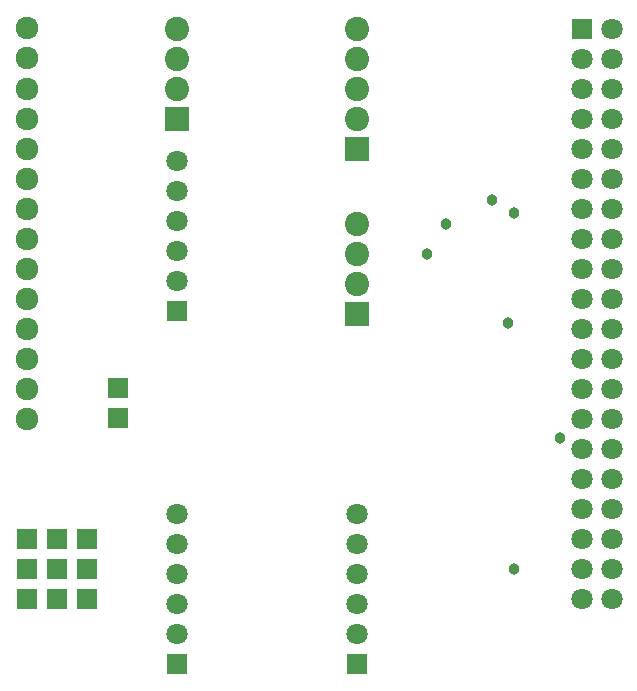
<source format=gbr>
G04 DesignSpark PCB PRO Gerber Version 10.1 Build 5299*
G04 #@! TF.Part,Single*
G04 #@! TF.FileFunction,Soldermask,Top*
G04 #@! TF.FilePolarity,Negative*
%FSLAX35Y35*%
%MOIN*%
G04 #@! TA.AperFunction,ComponentPad*
%ADD135R,0.06600X0.06600*%
%ADD130R,0.07096X0.07096*%
%ADD132R,0.08100X0.08100*%
G04 #@! TA.AperFunction,ViaPad*
%ADD129C,0.03800*%
G04 #@! TA.AperFunction,ComponentPad*
%ADD131C,0.07096*%
%ADD134C,0.07569*%
%ADD133C,0.08100*%
G04 #@! TD.AperFunction*
X0Y0D02*
D02*
D129*
X158661Y157003D03*
X165180Y167003D03*
X180460Y174973D03*
X185833Y133735D03*
X187675Y170557D03*
X187772Y52003D03*
X203110Y95600D03*
D02*
D130*
X75272Y20250D03*
Y137830D03*
X135272Y20250D03*
X210272Y232003D03*
D02*
D131*
X75272Y30250D03*
Y40250D03*
Y50250D03*
Y60250D03*
Y70250D03*
Y147830D03*
Y157830D03*
Y167830D03*
Y177830D03*
Y187830D03*
X135272Y30250D03*
Y40250D03*
Y50250D03*
Y60250D03*
Y70250D03*
X210272Y42003D03*
Y52003D03*
Y62003D03*
Y72003D03*
Y82003D03*
Y92003D03*
Y102003D03*
Y112003D03*
Y122003D03*
Y132003D03*
Y142003D03*
Y152003D03*
Y162003D03*
Y172003D03*
Y182003D03*
Y192003D03*
Y202003D03*
Y212003D03*
Y222003D03*
X220272Y42003D03*
Y52003D03*
Y62003D03*
Y72003D03*
Y82003D03*
Y92003D03*
Y102003D03*
Y112003D03*
Y122003D03*
Y132003D03*
Y142003D03*
Y152003D03*
Y162003D03*
Y172003D03*
Y182003D03*
Y192003D03*
Y202003D03*
Y212003D03*
Y222003D03*
Y232003D03*
D02*
D132*
X75272Y202003D03*
X135272Y137003D03*
Y192003D03*
D02*
D133*
X75272Y212003D03*
Y222003D03*
Y232003D03*
X135272Y147003D03*
Y157003D03*
Y167003D03*
Y202003D03*
Y212003D03*
Y222003D03*
Y232003D03*
D02*
D134*
X25250Y102003D03*
Y222250D03*
Y232250D03*
X25272Y112003D03*
Y122003D03*
Y132003D03*
Y142003D03*
Y152003D03*
Y162003D03*
Y172003D03*
Y182003D03*
Y192003D03*
Y202003D03*
Y212003D03*
D02*
D135*
Y42003D03*
Y52003D03*
Y62003D03*
X35272Y42003D03*
Y52003D03*
Y62003D03*
X45272Y42003D03*
Y52003D03*
Y62003D03*
X55772Y102253D03*
Y112253D03*
X0Y0D02*
M02*

</source>
